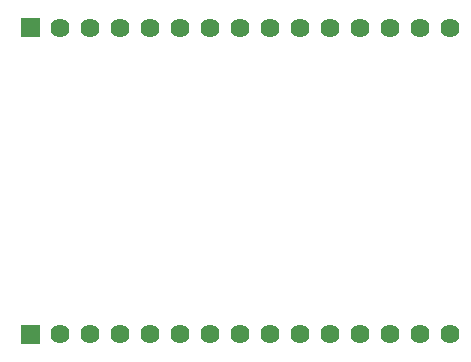
<source format=gbr>
%TF.GenerationSoftware,KiCad,Pcbnew,5.1.7*%
%TF.CreationDate,2020-10-08T13:52:21-04:00*%
%TF.ProjectId,window,77696e64-6f77-42e6-9b69-6361645f7063,rev?*%
%TF.SameCoordinates,Original*%
%TF.FileFunction,Soldermask,Top*%
%TF.FilePolarity,Negative*%
%FSLAX46Y46*%
G04 Gerber Fmt 4.6, Leading zero omitted, Abs format (unit mm)*
G04 Created by KiCad (PCBNEW 5.1.7) date 2020-10-08 13:52:21*
%MOMM*%
%LPD*%
G01*
G04 APERTURE LIST*
%ADD10C,1.624000*%
G04 APERTURE END LIST*
D10*
%TO.C,J2*%
X87780000Y-58750000D03*
X85240000Y-58750000D03*
X82700000Y-58750000D03*
X80160000Y-58750000D03*
X77620000Y-58750000D03*
X75080000Y-58750000D03*
X72540000Y-58750000D03*
X70000000Y-58750000D03*
X67460000Y-58750000D03*
X64920000Y-58750000D03*
X62380000Y-58750000D03*
X59840000Y-58750000D03*
X57300000Y-58750000D03*
X54760000Y-58750000D03*
G36*
G01*
X51408000Y-59512000D02*
X51408000Y-57988000D01*
G75*
G02*
X51458000Y-57938000I50000J0D01*
G01*
X52982000Y-57938000D01*
G75*
G02*
X53032000Y-57988000I0J-50000D01*
G01*
X53032000Y-59512000D01*
G75*
G02*
X52982000Y-59562000I-50000J0D01*
G01*
X51458000Y-59562000D01*
G75*
G02*
X51408000Y-59512000I0J50000D01*
G01*
G37*
%TD*%
%TO.C,J1*%
X87780000Y-84700000D03*
X85240000Y-84700000D03*
X82700000Y-84700000D03*
X80160000Y-84700000D03*
X77620000Y-84700000D03*
X75080000Y-84700000D03*
X72540000Y-84700000D03*
X70000000Y-84700000D03*
X67460000Y-84700000D03*
X64920000Y-84700000D03*
X62380000Y-84700000D03*
X59840000Y-84700000D03*
X57300000Y-84700000D03*
X54760000Y-84700000D03*
G36*
G01*
X51408000Y-85462000D02*
X51408000Y-83938000D01*
G75*
G02*
X51458000Y-83888000I50000J0D01*
G01*
X52982000Y-83888000D01*
G75*
G02*
X53032000Y-83938000I0J-50000D01*
G01*
X53032000Y-85462000D01*
G75*
G02*
X52982000Y-85512000I-50000J0D01*
G01*
X51458000Y-85512000D01*
G75*
G02*
X51408000Y-85462000I0J50000D01*
G01*
G37*
%TD*%
M02*

</source>
